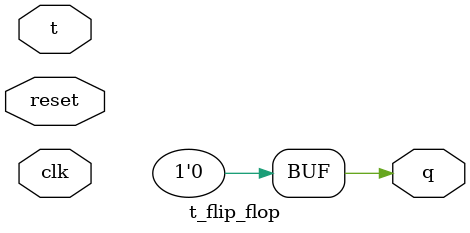
<source format=v>
module t_flip_flop(q,t,clk,reset); //if t is 1, q flips its value, otherwise it is same
    output reg q=1'b0;
    input reset;
    input t,clk;

    always@(reset) begin
        q=0;
    end

    always @(posedge clk) begin
        if(t==1'b1) begin
            q=~q;
        end
    end
endmodule

</source>
